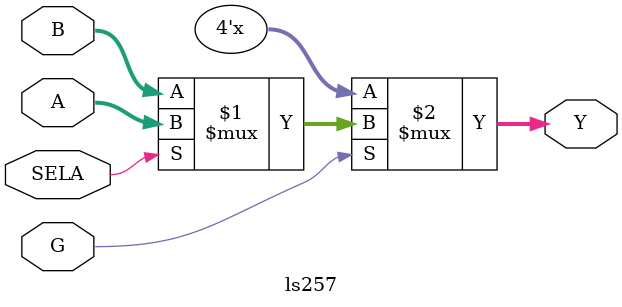
<source format=v>
`timescale 1ns / 1ps
module ls257(
        input wire G,
        input wire SELA,
        input wire [3:0] A,
        input wire [3:0] B,
        output wire [3:0] Y
    );

	assign Y = G ? (SELA ? A : B) : 4'bZ;

endmodule

</source>
